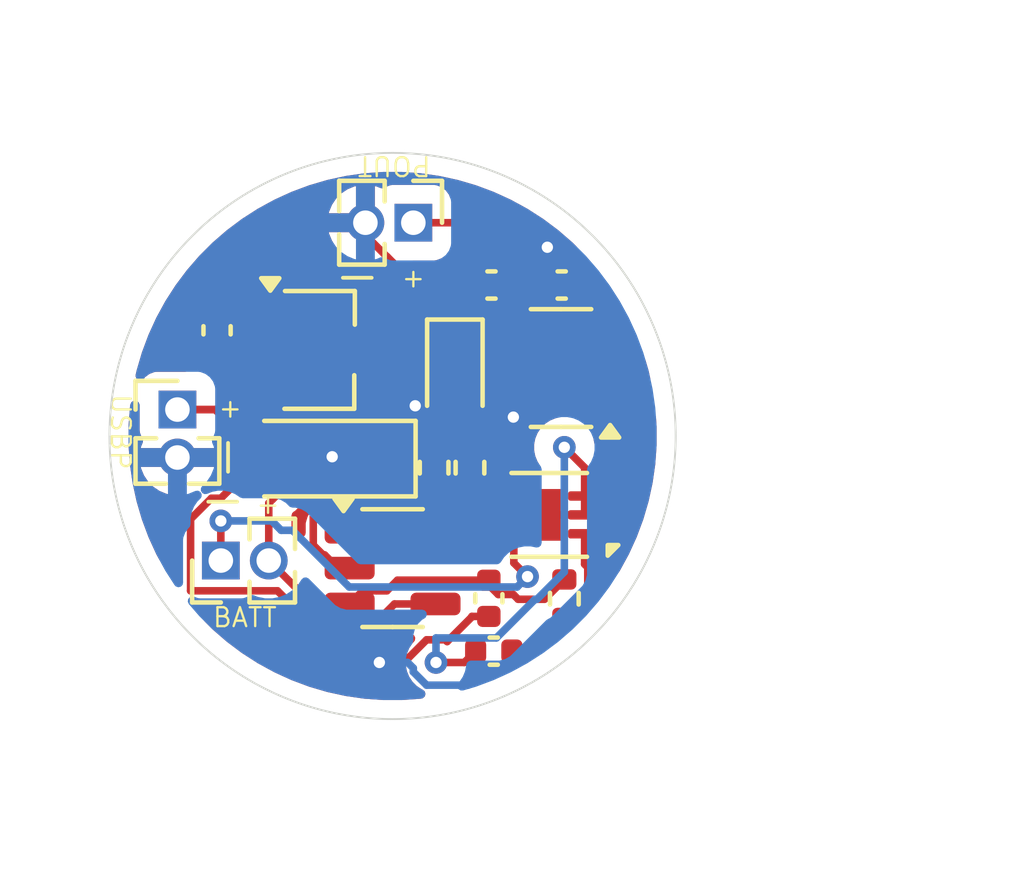
<source format=kicad_pcb>
(kicad_pcb (version 20241129) (generator "pcbnew") (generator_version "8.99")
  (layers (0 "F.Cu" signal) (2 "B.Cu" signal) (13 "F.Paste" user) (15 "B.Paste" user) (5 "F.SilkS" user "F.Silkscreen") (7 "B.SilkS" user "B.Silkscreen") (1 "F.Mask" user) (3 "B.Mask" user) (25 "Edge.Cuts" user))
  (net 0 "")
  (net 1 "VBUS")
  (net 2 "GND")
  (net 3 "Net-(D1-K)")
  (net 4 "+3V3")
  (net 5 "VBAT")
  (net 6 "Net-(U3-EPAD)")
  (net 7 "Net-(U3-VDD)")
  (net 8 "Net-(D2-A)")
  (net 9 "Net-(J2-Pin_1)")
  (net 10 "Net-(U1-PROG)")
  (net 11 "Net-(U1-STAT)")
  (footprint "Package_TO_SOT_SMD:SOT-23-3" (layer "F.Cu") (at 29.3625 17.85 180)
    (property "Reference" "U2" (hide yes))
    (property "Value" "XC6206PxxxMR" (hide yes))
    (fp_line (start 0 1.56) (end 0.8 1.56) (stroke (width 0.12)) (layer "F.SilkS"))
    (fp_line (start 0 1.56) (end -0.8 1.56) (stroke (width 0.12)) (layer "F.SilkS"))
    (fp_line (start 0 -1.56) (end 0.8 -1.56) (stroke (width 0.12)) (layer "F.SilkS"))
    (fp_line (start 0 -1.56) (end -0.8 -1.56) (stroke (width 0.12)) (layer "F.SilkS"))
    (fp_poly (pts (xy -1.3 -1.51) (xy -1.54 -1.84) (xy -1.06 -1.84) (xy -1.3 -1.51)) (stroke (width 0.12)) (fill yes) (layer "F.SilkS"))
    (pad "1" smd roundrect (at -1.1375 -0.95 180) (size 1.325 0.6) (layers "F.Cu" "F.Mask" "F.Paste") (net 2 "GND"))
    (pad "2" smd roundrect (at -1.1375 0.95 180) (size 1.325 0.6) (layers "F.Cu" "F.Mask" "F.Paste") (net 4 "+3V3"))
    (pad "3" smd roundrect (at 1.1375 0 180) (size 1.325 0.6) (layers "F.Cu" "F.Mask" "F.Paste") (net 3 "Net-(D1-K)"))
  )
  (footprint "Capacitor_SMD:C_0402_1005Metric" (layer "F.Cu") (at 27.45 23.95 -90)
    (property "Reference" "C4" (hide yes))
    (property "Value" "10uF" (hide yes))
    (fp_line (start -0.107836 0.36) (end 0.107836 0.36) (stroke (width 0.12)) (layer "F.SilkS"))
    (fp_line (start -0.107836 -0.36) (end 0.107836 -0.36) (stroke (width 0.12)) (layer "F.SilkS"))
    (pad "1" smd roundrect (at -0.48 0 270) (size 0.56 0.62) (layers "F.Cu" "F.Mask" "F.Paste") (net 5 "VBAT"))
    (pad "2" smd roundrect (at 0.48 0 270) (size 0.56 0.62) (layers "F.Cu" "F.Mask" "F.Paste") (net 2 "GND"))
  )
  (footprint "Resistor_SMD:R_0402_1005Metric" (layer "F.Cu") (at 29.45 23.96 -90)
    (property "Reference" "R3" (hide yes))
    (property "Value" "100R" (hide yes))
    (fp_line (start -0.153641 0.38) (end 0.153641 0.38) (stroke (width 0.12)) (layer "F.SilkS"))
    (fp_line (start -0.153641 -0.38) (end 0.153641 -0.38) (stroke (width 0.12)) (layer "F.SilkS"))
    (pad "1" smd roundrect (at -0.51 0 270) (size 0.54 0.64) (layers "F.Cu" "F.Mask" "F.Paste") (net 5 "VBAT"))
    (pad "2" smd roundrect (at 0.51 0 270) (size 0.54 0.64) (layers "F.Cu" "F.Mask" "F.Paste") (net 7 "Net-(U3-VDD)"))
  )
  (footprint "Capacitor_SMD:C_0402_1005Metric" (layer "F.Cu") (at 27.58 25.35 180)
    (property "Reference" "C5" (hide yes))
    (property "Value" "100nF" (hide yes))
    (fp_line (start -0.107836 0.36) (end 0.107836 0.36) (stroke (width 0.12)) (layer "F.SilkS"))
    (fp_line (start -0.107836 -0.36) (end 0.107836 -0.36) (stroke (width 0.12)) (layer "F.SilkS"))
    (pad "1" smd roundrect (at -0.48 0 180) (size 0.56 0.62) (layers "F.Cu" "F.Mask" "F.Paste") (net 7 "Net-(U3-VDD)"))
    (pad "2" smd roundrect (at 0.48 0 180) (size 0.56 0.62) (layers "F.Cu" "F.Mask" "F.Paste") (net 6 "Net-(U3-EPAD)"))
  )
  (footprint "Connector_PinHeader_1.27mm:PinHeader_1x02_P1.27mm_Vertical" (layer "F.Cu") (at 20.35 22.95 90)
    (property "Reference" "J2" (hide yes))
    (property "Value" "Conn_01x02_Pin" (hide yes))
    (fp_line (start -1.11 -0.76) (end 0 -0.76) (stroke (width 0.12)) (layer "F.SilkS"))
    (fp_line (start -1.11 0) (end -1.11 -0.76) (stroke (width 0.12)) (layer "F.SilkS"))
    (fp_line (start 1.11 0.76) (end 1.11 1.965) (stroke (width 0.12)) (layer "F.SilkS"))
    (fp_line (start 0.563471 0.76) (end 1.11 0.76) (stroke (width 0.12)) (layer "F.SilkS"))
    (fp_line (start -1.11 0.76) (end -0.563471 0.76) (stroke (width 0.12)) (layer "F.SilkS"))
    (fp_line (start -1.11 0.76) (end -1.11 1.965) (stroke (width 0.12)) (layer "F.SilkS"))
    (fp_line (start 0.30753 1.965) (end 1.11 1.965) (stroke (width 0.12)) (layer "F.SilkS"))
    (fp_line (start -1.11 1.965) (end -0.30753 1.965) (stroke (width 0.12)) (layer "F.SilkS"))
    (pad "1" thru_hole rect (at 0 0 90) (size 1 1) (drill 0.65) (layers "*.Cu" "*.Mask") (net 9 "Net-(J2-Pin_1)"))
    (pad "2" thru_hole oval (at 0 1.27 90) (size 1 1) (drill 0.65) (layers "*.Cu" "*.Mask") (net 5 "VBAT"))
  )
  (footprint "Capacitor_SMD:C_0402_1005Metric" (layer "F.Cu") (at 20.25 16.85 -90)
    (property "Reference" "C1" (hide yes))
    (property "Value" "10uF" (hide yes))
    (fp_line (start -0.107836 0.36) (end 0.107836 0.36) (stroke (width 0.12)) (layer "F.SilkS"))
    (fp_line (start -0.107836 -0.36) (end 0.107836 -0.36) (stroke (width 0.12)) (layer "F.SilkS"))
    (pad "1" smd roundrect (at -0.48 0 270) (size 0.56 0.62) (layers "F.Cu" "F.Mask" "F.Paste") (net 1 "VBUS"))
    (pad "2" smd roundrect (at 0.48 0 270) (size 0.56 0.62) (layers "F.Cu" "F.Mask" "F.Paste") (net 2 "GND"))
  )
  (footprint "Resistor_SMD:R_0402_1005Metric" (layer "F.Cu") (at 26 20.49 90)
    (property "Reference" "R1" (hide yes))
    (property "Value" "4K99" (hide yes))
    (fp_line (start -0.153641 -0.38) (end 0.153641 -0.38) (stroke (width 0.12)) (layer "F.SilkS"))
    (fp_line (start -0.153641 0.38) (end 0.153641 0.38) (stroke (width 0.12)) (layer "F.SilkS"))
    (pad "1" smd roundrect (at -0.51 0 90) (size 0.54 0.64) (layers "F.Cu" "F.Mask" "F.Paste") (net 10 "Net-(U1-PROG)"))
    (pad "2" smd roundrect (at 0.51 0 90) (size 0.54 0.64) (layers "F.Cu" "F.Mask" "F.Paste") (net 2 "GND"))
  )
  (footprint "LED_SMD:LED_0603_1608Metric" (layer "F.Cu") (at 26.55 18.05 -90)
    (property "Reference" "D2" (hide yes))
    (property "Value" "RED" (hide yes))
    (fp_line (start -1.485 0.735) (end 0.8 0.735) (stroke (width 0.12)) (layer "F.SilkS"))
    (fp_line (start -1.485 -0.735) (end -1.485 0.735) (stroke (width 0.12)) (layer "F.SilkS"))
    (fp_line (start 0.8 -0.735) (end -1.485 -0.735) (stroke (width 0.12)) (layer "F.SilkS"))
    (pad "1" smd roundrect (at -0.7875 0 270) (size 0.875 0.95) (layers "F.Cu" "F.Mask" "F.Paste") (net 1 "VBUS"))
    (pad "2" smd roundrect (at 0.7875 0 270) (size 0.875 0.95) (layers "F.Cu" "F.Mask" "F.Paste") (net 8 "Net-(D2-A)"))
  )
  (footprint "Resistor_SMD:R_0402_1005Metric" (layer "F.Cu") (at 26.95 20.49 90)
    (property "Reference" "R2" (hide yes))
    (property "Value" "2K" (hide yes))
    (fp_line (start -0.153641 -0.38) (end 0.153641 -0.38) (stroke (width 0.12)) (layer "F.SilkS"))
    (fp_line (start -0.153641 0.38) (end 0.153641 0.38) (stroke (width 0.12)) (layer "F.SilkS"))
    (pad "1" smd roundrect (at -0.51 0 90) (size 0.54 0.64) (layers "F.Cu" "F.Mask" "F.Paste") (net 11 "Net-(U1-STAT)"))
    (pad "2" smd roundrect (at 0.51 0 90) (size 0.54 0.64) (layers "F.Cu" "F.Mask" "F.Paste") (net 8 "Net-(D2-A)"))
  )
  (footprint "Package_TO_SOT_SMD:TSOT-23" (layer "F.Cu") (at 22.94 17.35)
    (property "Reference" "Q1" (hide yes))
    (property "Value" "A03401A" (hide yes))
    (fp_line (start 0.945 0.69) (end 0.945 1.58) (stroke (width 0.12)) (layer "F.SilkS"))
    (fp_line (start 0.945 1.58) (end -0.905 1.58) (stroke (width 0.12)) (layer "F.SilkS"))
    (fp_line (start 0.96 -1.54) (end -0.89 -1.54) (stroke (width 0.12)) (layer "F.SilkS"))
    (fp_line (start 0.96 -1.54) (end 0.96 -0.65) (stroke (width 0.12)) (layer "F.SilkS"))
    (fp_poly (pts (xy -1.28 -1.55) (xy -1.52 -1.88) (xy -1.04 -1.88) (xy -1.28 -1.55)) (stroke (width 0.12)) (fill yes) (layer "F.SilkS"))
    (pad "1" smd roundrect (at -1.31 -0.95) (size 1.22 0.65) (layers "F.Cu" "F.Mask" "F.Paste") (net 5 "VBAT"))
    (pad "2" smd roundrect (at -1.31 0.95) (size 1.22 0.65) (layers "F.Cu" "F.Mask" "F.Paste") (net 1 "VBUS"))
    (pad "3" smd roundrect (at 1.31 0) (size 1.22 0.65) (layers "F.Cu" "F.Mask" "F.Paste") (net 3 "Net-(D1-K)"))
  )
  (footprint "Connector_PinHeader_1.27mm:PinHeader_1x02_P1.27mm_Vertical" (layer "F.Cu") (at 25.45 14 -90)
    (property "Reference" "J3" (hide yes))
    (property "Value" "Conn_01x02_Pin" (hide yes))
    (fp_line (start -1.11 1.965) (end -0.30753 1.965) (stroke (width 0.12)) (layer "F.SilkS"))
    (fp_line (start 0.30753 1.965) (end 1.11 1.965) (stroke (width 0.12)) (layer "F.SilkS"))
    (fp_line (start -1.11 0.76) (end -1.11 1.965) (stroke (width 0.12)) (layer "F.SilkS"))
    (fp_line (start -1.11 0.76) (end -0.563471 0.76) (stroke (width 0.12)) (layer "F.SilkS"))
    (fp_line (start 0.563471 0.76) (end 1.11 0.76) (stroke (width 0.12)) (layer "F.SilkS"))
    (fp_line (start 1.11 0.76) (end 1.11 1.965) (stroke (width 0.12)) (layer "F.SilkS"))
    (fp_line (start -1.11 0) (end -1.11 -0.76) (stroke (width 0.12)) (layer "F.SilkS"))
    (fp_line (start -1.11 -0.76) (end 0 -0.76) (stroke (width 0.12)) (layer "F.SilkS"))
    (pad "1" thru_hole rect (at 0 0 270) (size 1 1) (drill 0.65) (layers "*.Cu" "*.Mask") (net 4 "+3V3"))
    (pad "2" thru_hole oval (at 0 1.27 270) (size 1 1) (drill 0.65) (layers "*.Cu" "*.Mask") (net 2 "GND"))
  )
  (footprint "Capacitor_SMD:C_0402_1005Metric" (layer "F.Cu") (at 27.52 15.65 180)
    (property "Reference" "C2" (hide yes))
    (property "Value" "1uF" (hide yes))
    (fp_line (start -0.107836 0.36) (end 0.107836 0.36) (stroke (width 0.12)) (layer "F.SilkS"))
    (fp_line (start -0.107836 -0.36) (end 0.107836 -0.36) (stroke (width 0.12)) (layer "F.SilkS"))
    (pad "1" smd roundrect (at -0.48 0 180) (size 0.56 0.62) (layers "F.Cu" "F.Mask" "F.Paste") (net 3 "Net-(D1-K)"))
    (pad "2" smd roundrect (at 0.48 0 180) (size 0.56 0.62) (layers "F.Cu" "F.Mask" "F.Paste") (net 2 "GND"))
  )
  (footprint "Capacitor_SMD:C_0402_1005Metric" (layer "F.Cu") (at 29.38 15.65)
    (property "Reference" "C3" (hide yes))
    (property "Value" "1uF")
    (fp_line (start -0.107836 -0.36) (end 0.107836 -0.36) (stroke (width 0.12)) (layer "F.SilkS"))
    (fp_line (start -0.107836 0.36) (end 0.107836 0.36) (stroke (width 0.12)) (layer "F.SilkS"))
    (pad "1" smd roundrect (at -0.48 0) (size 0.56 0.62) (layers "F.Cu" "F.Mask" "F.Paste") (net 4 "+3V3"))
    (pad "2" smd roundrect (at 0.48 0) (size 0.56 0.62) (layers "F.Cu" "F.Mask" "F.Paste") (net 2 "GND"))
  )
  (footprint "Package_DFN_QFN:DFN-6-1EP_2x2mm_P0.5mm_EP0.6x1.37mm" (layer "F.Cu") (at 29.05 21.74 180)
    (property "Reference" "U3" (hide yes))
    (property "Value" "~" (hide yes))
    (fp_line (start -1 1.11) (end 1 1.11) (stroke (width 0.12)) (layer "F.SilkS"))
    (fp_line (start -1 -1.11) (end 1 -1.11) (stroke (width 0.12)) (layer "F.SilkS"))
    (fp_poly (pts (xy -1.55 -0.8) (xy -1.83 -0.8) (xy -1.55 -1.08) (xy -1.55 -0.8)) (stroke (width 0.12)) (fill yes) (layer "F.SilkS"))
    (pad "1" smd roundrect (at -0.9375 -0.5 180) (size 0.875 0.25) (layers "F.Cu" "F.Mask" "F.Paste") (net 7 "Net-(U3-VDD)"))
    (pad "2" smd roundrect (at -0.9375 0 180) (size 0.875 0.25) (layers "F.Cu" "F.Mask" "F.Paste") (net 6 "Net-(U3-EPAD)"))
    (pad "3" smd roundrect (at -0.9375 0.5 180) (size 0.875 0.25) (layers "F.Cu" "F.Mask" "F.Paste") (net 6 "Net-(U3-EPAD)"))
    (pad "4" smd roundrect (at 0.9375 0.5 180) (size 0.875 0.25) (layers "F.Cu" "F.Mask" "F.Paste") (net 9 "Net-(J2-Pin_1)"))
    (pad "5" smd roundrect (at 0.9375 0 180) (size 0.875 0.25) (layers "F.Cu" "F.Mask" "F.Paste") (net 9 "Net-(J2-Pin_1)"))
    (pad "6" smd roundrect (at 0.9375 -0.5 180) (size 0.875 0.25) (layers "F.Cu" "F.Mask" "F.Paste") (net 9 "Net-(J2-Pin_1)"))
    (pad "7" smd rect (at 0 0 180) (size 0.6 1.37) (property pad_prop_heatsink) (layers "F.Cu" "F.Mask") (net 6 "Net-(U3-EPAD)"))
  )
  (footprint "Connector_PinHeader_1.27mm:PinHeader_1x02_P1.27mm_Vertical" (layer "F.Cu") (at 19.2 18.95)
    (property "Reference" "J1" (hide yes))
    (property "Value" "Conn_01x02_Pin" (hide yes))
    (fp_line (start -1.11 -0.76) (end 0 -0.76) (stroke (width 0.12)) (layer "F.SilkS"))
    (fp_line (start -1.11 0) (end -1.11 -0.76) (stroke (width 0.12)) (layer "F.SilkS"))
    (fp_line (start -1.11 0.76) (end -1.11 1.965) (stroke (width 0.12)) (layer "F.SilkS"))
    (fp_line (start -1.11 0.76) (end -0.563471 0.76) (stroke (width 0.12)) (layer "F.SilkS"))
    (fp_line (start -1.11 1.965) (end -0.30753 1.965) (stroke (width 0.12)) (layer "F.SilkS"))
    (fp_line (start 0.30753 1.965) (end 1.11 1.965) (stroke (width 0.12)) (layer "F.SilkS"))
    (fp_line (start 0.563471 0.76) (end 1.11 0.76) (stroke (width 0.12)) (layer "F.SilkS"))
    (fp_line (start 1.11 0.76) (end 1.11 1.965) (stroke (width 0.12)) (layer "F.SilkS"))
    (pad "1" thru_hole rect (at 0 0) (size 1 1) (drill 0.65) (layers "*.Cu" "*.Mask") (net 1 "VBUS"))
    (pad "2" thru_hole oval (at 0 1.27) (size 1 1) (drill 0.65) (layers "*.Cu" "*.Mask") (net 2 "GND"))
  )
  (footprint "Diode_SMD:D_SOD-123" (layer "F.Cu") (at 23.15 20.25 180)
    (property "Reference" "D1" (hide yes))
    (property "Value" "B1040W" (hide yes))
    (fp_line (start -2.36 1) (end 1.65 1) (stroke (width 0.12)) (layer "F.SilkS"))
    (fp_line (start -2.36 -1) (end 1.65 -1) (stroke (width 0.12)) (layer "F.SilkS"))
    (fp_line (start -2.36 -1) (end -2.36 1) (stroke (width 0.12)) (layer "F.SilkS"))
    (pad "1" smd roundrect (at -1.65 0 180) (size 0.9 1.2) (layers "F.Cu" "F.Mask" "F.Paste") (net 3 "Net-(D1-K)"))
    (pad "2" smd roundrect (at 1.65 0 180) (size 0.9 1.2) (layers "F.Cu" "F.Mask" "F.Paste") (net 1 "VBUS"))
  )
  (footprint "Package_TO_SOT_SMD:SOT-23-5" (layer "F.Cu") (at 24.9 23.15)
    (property "Reference" "U1" (hide yes))
    (property "Value" "MCP73831-2-OT" (hide yes))
    (fp_line (start 0 -1.56) (end -0.8 -1.56) (stroke (width 0.12)) (layer "F.SilkS"))
    (fp_line (start 0 -1.56) (end 0.8 -1.56) (stroke (width 0.12)) (layer "F.SilkS"))
    (fp_line (start 0 1.56) (end -0.8 1.56) (stroke (width 0.12)) (layer "F.SilkS"))
    (fp_line (start 0 1.56) (end 0.8 1.56) (stroke (width 0.12)) (layer "F.SilkS"))
    (fp_poly (pts (xy -1.3 -1.51) (xy -1.54 -1.84) (xy -1.06 -1.84) (xy -1.3 -1.51)) (stroke (width 0.12)) (fill yes) (layer "F.SilkS"))
    (pad "1" smd roundrect (at -1.1375 -0.95) (size 1.325 0.6) (layers "F.Cu" "F.Mask" "F.Paste") (net 11 "Net-(U1-STAT)"))
    (pad "2" smd roundrect (at -1.1375 0) (size 1.325 0.6) (layers "F.Cu" "F.Mask" "F.Paste") (net 2 "GND"))
    (pad "3" smd roundrect (at -1.1375 0.95) (size 1.325 0.6) (layers "F.Cu" "F.Mask" "F.Paste") (net 5 "VBAT"))
    (pad "4" smd roundrect (at 1.1375 0.95) (size 1.325 0.6) (layers "F.Cu" "F.Mask" "F.Paste") (net 1 "VBUS"))
    (pad "5" smd roundrect (at 1.1375 -0.95) (size 1.325 0.6) (layers "F.Cu" "F.Mask" "F.Paste") (net 10 "Net-(U1-PROG)"))
  )
  (gr_circle (center 24.9 19.65) (end 32.4 19.65) (stroke (width 0.05)) (fill no) (layer "Edge.Cuts"))
  (gr_text "USBP" (at 17.4 18.5 270) (layer "F.SilkS") (effects (font (size 0.5 0.5) (thickness 0.0625)) (justify left bottom)))
  (gr_text "+" (at 25.1 15.75 0) (layer "F.SilkS") (effects (font (size 0.5 0.5) (thickness 0.0625)) (justify left bottom)))
  (gr_text "BATT" (at 20.1 24.75 0) (layer "F.SilkS") (effects (font (size 0.5 0.5) (thickness 0.0625)) (justify left bottom)))
  (gr_text "-" (at 21.05 20.9 90) (layer "F.SilkS") (effects (font (size 1 1) (thickness 0.1)) (justify left bottom)))
  (gr_text "POUT" (at 25.95 12.2 180) (layer "F.SilkS") (effects (font (size 0.5 0.5) (thickness 0.0625)) (justify left bottom)))
  (gr_text "+" (at 20.25 19.2 0) (layer "F.SilkS") (effects (font (size 0.5 0.5) (thickness 0.0625)) (justify left bottom)))
  (gr_text "+" (at 21.25 21.75 0) (layer "F.SilkS") (effects (font (size 0.5 0.5) (thickness 0.0625)) (justify left bottom)))
  (gr_text "-" (at 24.65 14.95 180) (layer "F.SilkS") (effects (font (size 1 1) (thickness 0.1)) (justify left bottom)))
  (gr_text "-" (at 19.715 21.9 0) (layer "F.SilkS") (effects (font (size 1 1) (thickness 0.1)) (justify left bottom)))
  (segment (start 19.2 18.95) (end 20.98 18.95) (width 0.2) (layer "F.Cu") (net 1))
  (segment (start 20.351 21.299) (end 20.101057 21.299) (width 0.2) (layer "F.Cu") (net 1))
  (segment (start 23 24.9) (end 24.4 24.9) (width 0.2) (layer "F.Cu") (net 1))
  (segment (start 20.98 18.95) (end 21.63 18.3) (width 0.2) (layer "F.Cu") (net 1))
  (segment (start 21.32 15.3) (end 20.25 16.37) (width 0.2) (layer "F.Cu") (net 1))
  (segment (start 20.861 16.981) (end 20.25 16.37) (width 0.2) (layer "F.Cu") (net 1))
  (segment (start 19.2 18.95) (end 20.2 18.95) (width 0.2) (layer "F.Cu") (net 1))
  (segment (start 26.55 17.2625) (end 24.5875 15.3) (width 0.2) (layer "F.Cu") (net 1))
  (segment (start 19.549 23.751) (end 21.851 23.751) (width 0.2) (layer "F.Cu") (net 1))
  (segment (start 21.63 18.3) (end 20.861 17.531) (width 0.2) (layer "F.Cu") (net 1))
  (segment (start 24.5875 15.3) (end 21.32 15.3) (width 0.2) (layer "F.Cu") (net 1))
  (segment (start 24.4 24.9) (end 24.726 24.574) (width 0.2) (layer "F.Cu") (net 1))
  (segment (start 24.726 24.324) (end 24.95 24.1) (width 0.2) (layer "F.Cu") (net 1))
  (segment (start 21.4 20.25) (end 20.351 21.299) (width 0.2) (layer "F.Cu") (net 1))
  (segment (start 20.101057 21.299) (end 19.549 21.851057) (width 0.2) (layer "F.Cu") (net 1))
  (segment (start 21.5 20.25) (end 21.4 20.25) (width 0.2) (layer "F.Cu") (net 1))
  (segment (start 20.2 18.95) (end 21.5 20.25) (width 0.2) (layer "F.Cu") (net 1))
  (segment (start 20.861 17.531) (end 20.861 16.981) (width 0.2) (layer "F.Cu") (net 1))
  (segment (start 24.95 24.1) (end 26.0375 24.1) (width 0.2) (layer "F.Cu") (net 1))
  (segment (start 20.25 16.37) (end 20.25 16.4) (width 0.2) (layer "F.Cu") (net 1))
  (segment (start 19.549 21.851057) (end 19.549 23.751) (width 0.2) (layer "F.Cu") (net 1))
  (segment (start 21.851 23.751) (end 23 24.9) (width 0.2) (layer "F.Cu") (net 1))
  (segment (start 24.726 24.574) (end 24.726 24.324) (width 0.2) (layer "F.Cu") (net 1))
  (segment (start 24.55 25.65) (end 25.200057 25.65) (width 0.2) (layer "F.Cu") (net 2))
  (segment (start 23.7625 23.15) (end 23.45 23.15) (width 0.2) (layer "F.Cu") (net 2))
  (segment (start 25.5 19.0036) (end 25.5 18.85) (width 0.2) (layer "F.Cu") (net 2))
  (segment (start 23.101 22.801) (end 23.059032 22.801) (width 0.2) (layer "F.Cu") (net 2))
  (segment (start 29.481 15.131) (end 29 14.65) (width 0.2) (layer "F.Cu") (net 2))
  (segment (start 29.481 15.331) (end 29.481 15.131) (width 0.2) (layer "F.Cu") (net 2))
  (segment (start 22.799 20.701) (end 23.3 20.2) (width 0.2) (layer "F.Cu") (net 2))
  (segment (start 24.749 14.899) (end 24.18 14.33) (width 0.2) (layer "F.Cu") (net 2))
  (segment (start 27.001 24.440968) (end 27.001 24.43) (width 0.2) (layer "F.Cu") (net 2))
  (segment (start 27.001 24.43) (end 27.45 24.43) (width 0.2) (layer "F.Cu") (net 2))
  (segment (start 24.7536 14.899) (end 24.749 14.899) (width 0.2) (layer "F.Cu") (net 2))
  (segment (start 25.200057 25.65) (end 25.801057 25.049) (width 0.2) (layer "F.Cu") (net 2))
  (segment (start 22.799 22.540968) (end 22.799 20.701) (width 0.2) (layer "F.Cu") (net 2))
  (segment (start 26.298943 25.049) (end 26.345955 25.096013) (width 0.2) (layer "F.Cu") (net 2))
  (segment (start 25.5046 15.65) (end 24.7536 14.899) (width 0.2) (layer "F.Cu") (net 2))
  (segment (start 29.86 15.65) (end 29.8 15.65) (width 0.2) (layer "F.Cu") (net 2))
  (segment (start 24.18 14.33) (end 24.18 14) (width 0.2) (layer "F.Cu") (net 2))
  (segment (start 29.8 15.65) (end 29.481 15.331) (width 0.2) (layer "F.Cu") (net 2))
  (segment (start 26 19.5036) (end 25.5 19.0036) (width 0.2) (layer "F.Cu") (net 2))
  (segment (start 23.059032 22.801) (end 22.799 22.540968) (width 0.2) (layer "F.Cu") (net 2))
  (segment (start 26.345955 25.096013) (end 27.001 24.440968) (width 0.2) (layer "F.Cu") (net 2))
  (segment (start 25.801057 25.049) (end 26.298943 25.049) (width 0.2) (layer "F.Cu") (net 2))
  (segment (start 27.04 15.65) (end 25.5046 15.65) (width 0.2) (layer "F.Cu") (net 2))
  (segment (start 26 19.98) (end 26 19.5036) (width 0.2) (layer "F.Cu") (net 2))
  (segment (start 23.45 23.15) (end 23.101 22.801) (width 0.2) (layer "F.Cu") (net 2))
  (via (at 24.55 25.65) (size 0.6) (drill 0.3) (layers "F.Cu" "B.Cu") (net 2))
  (via (at 28.1 19.15) (size 0.6) (drill 0.3) (layers "F.Cu" "B.Cu") (net 2))
  (via (at 23.3 20.2) (size 0.6) (drill 0.3) (layers "F.Cu" "B.Cu") (net 2))
  (via (at 25.5 18.85) (size 0.6) (drill 0.3) (layers "F.Cu" "B.Cu") (net 2))
  (via (at 29 14.65) (size 0.6) (drill 0.3) (layers "F.Cu" "B.Cu") (net 2))
  (segment (start 24.55 25.65) (end 25.3 25.65) (width 0.2) (layer "B.Cu") (net 2))
  (segment (start 25.449 25.898943) (end 25.801057 26.251) (width 0.2) (layer "B.Cu") (net 2))
  (segment (start 25.449 25.799) (end 25.449 25.898943) (width 0.2) (layer "B.Cu") (net 2))
  (segment (start 25.3 25.65) (end 25.449 25.799) (width 0.2) (layer "B.Cu") (net 2))
  (segment (start 25.801057 26.251) (end 26.899 26.251) (width 0.2) (layer "B.Cu") (net 2))
  (segment (start 26.899 26.251) (end 27.05 26.1) (width 0.2) (layer "B.Cu") (net 2))
  (segment (start 27.0276 18.001) (end 24.901 18.001) (width 0.2) (layer "F.Cu") (net 3))
  (segment (start 28 17.0286) (end 28 15.65) (width 0.2) (layer "F.Cu") (net 3))
  (segment (start 24.901 18.001) (end 24.7 17.8) (width 0.2) (layer "F.Cu") (net 3))
  (segment (start 24.8 17.9) (end 24.8 20.25) (width 0.2) (layer "F.Cu") (net 3))
  (segment (start 24.7 17.8) (end 24.8 17.9) (width 0.2) (layer "F.Cu") (net 3))
  (segment (start 27.1786 17.85) (end 27.0276 18.001) (width 0.2) (layer "F.Cu") (net 3))
  (segment (start 28.225 17.85) (end 27.1786 17.85) (width 0.2) (layer "F.Cu") (net 3))
  (segment (start 27.1786 17.85) (end 28 17.0286) (width 0.2) (layer "F.Cu") (net 3))
  (segment (start 24.25 17.35) (end 24.7 17.8) (width 0.2) (layer "F.Cu") (net 3))
  (segment (start 28.581 15.29345) (end 27.28755 14) (width 0.2) (layer "F.Cu") (net 4))
  (segment (start 30.5 16.9) (end 30.15 16.9) (width 0.2) (layer "F.Cu") (net 4))
  (segment (start 28.9 15.65) (end 28.581 15.65) (width 0.2) (layer "F.Cu") (net 4))
  (segment (start 30.15 16.9) (end 28.9 15.65) (width 0.2) (layer "F.Cu") (net 4))
  (segment (start 28.581 15.65) (end 28.581 15.29345) (width 0.2) (layer "F.Cu") (net 4))
  (segment (start 27.28755 14) (end 25.45 14) (width 0.2) (layer "F.Cu") (net 4))
  (segment (start 24.465968 23.751) (end 24.1115 23.751) (width 0.2) (layer "F.Cu") (net 5))
  (segment (start 22.541 18.65899) (end 22.541 17.311) (width 0.2) (layer "F.Cu") (net 5))
  (segment (start 25.029 23.47) (end 24.748 23.751) (width 0.2) (layer "F.Cu") (net 5))
  (segment (start 28.924 23.976) (end 29.42 23.48) (width 0.2) (layer "F.Cu") (net 5))
  (segment (start 27.45 23.47) (end 27.45 23.6) (width 0.2) (layer "F.Cu") (net 5))
  (segment (start 22.27399 18.926) (end 22.541 18.65899) (width 0.2) (layer "F.Cu") (net 5))
  (segment (start 21.62 21.43) (end 21.899 21.151) (width 0.2) (layer "F.Cu") (net 5))
  (segment (start 29.42 23.48) (end 29.65 23.48) (width 0.2) (layer "F.Cu") (net 5))
  (segment (start 22.251 18.926) (end 22.27399 18.926) (width 0.2) (layer "F.Cu") (net 5))
  (segment (start 22.541 17.311) (end 21.63 16.4) (width 0.2) (layer "F.Cu") (net 5))
  (segment (start 21.899 21.151) (end 21.94911 21.151) (width 0.2) (layer "F.Cu") (net 5))
  (segment (start 22.251 20.84911) (end 22.251 18.926) (width 0.2) (layer "F.Cu") (net 5))
  (segment (start 24.465968 23.751) (end 24.746968 23.751) (width 0.2) (layer "F.Cu") (net 5))
  (segment (start 21.62 22.95) (end 21.62 21.43) (width 0.2) (layer "F.Cu") (net 5))
  (segment (start 21.94911 21.151) (end 22.251 20.84911) (width 0.2) (layer "F.Cu") (net 5))
  (segment (start 22.77 24.1) (end 21.62 22.95) (width 0.2) (layer "F.Cu") (net 5))
  (segment (start 24.1115 23.751) (end 23.7625 24.1) (width 0.2) (layer "F.Cu") (net 5))
  (segment (start 24.748 23.751) (end 24.465968 23.751) (width 0.2) (layer "F.Cu") (net 5))
  (segment (start 28.099057 23.849) (end 28.226057 23.976) (width 0.2) (layer "F.Cu") (net 5))
  (segment (start 23.7625 24.1) (end 22.77 24.1) (width 0.2) (layer "F.Cu") (net 5))
  (segment (start 28.226057 23.976) (end 28.924 23.976) (width 0.2) (layer "F.Cu") (net 5))
  (segment (start 27.45 23.47) (end 25.029 23.47) (width 0.2) (layer "F.Cu") (net 5))
  (segment (start 27.699 23.849) (end 28.099057 23.849) (width 0.2) (layer "F.Cu") (net 5))
  (segment (start 27.45 23.6) (end 27.699 23.849) (width 0.2) (layer "F.Cu") (net 5))
  (segment (start 27.1 25.35) (end 26.8 25.65) (width 0.2) (layer "F.Cu") (net 6))
  (segment (start 26.8 25.65) (end 26.05 25.65) (width 0.2) (layer "F.Cu") (net 6))
  (segment (start 29.9875 20.4875) (end 29.9875 21.74) (width 0.2) (layer "F.Cu") (net 6))
  (segment (start 29.05 21.74) (end 29.9875 21.74) (width 0.2) (layer "F.Cu") (net 6))
  (segment (start 29.45 19.95) (end 29.9875 20.4875) (width 0.2) (layer "F.Cu") (net 6))
  (via (at 26.05 25.65) (size 0.6) (drill 0.3) (layers "F.Cu" "B.Cu") (net 6))
  (via (at 29.45 19.95) (size 0.6) (drill 0.3) (layers "F.Cu" "B.Cu") (net 6))
  (segment (start 28.723943 23.976) (end 29.45 23.249943) (width 0.2) (layer "B.Cu") (net 6))
  (segment (start 26.05 25) (end 27.65 25) (width 0.2) (layer "B.Cu") (net 6))
  (segment (start 28.674 23.976) (end 28.723943 23.976) (width 0.2) (layer "B.Cu") (net 6))
  (segment (start 27.65 25) (end 28.674 23.976) (width 0.2) (layer "B.Cu") (net 6))
  (segment (start 26.05 25.65) (end 26.05 25) (width 0.2) (layer "B.Cu") (net 6))
  (segment (start 29.45 23.249943) (end 29.45 19.95) (width 0.2) (layer "B.Cu") (net 6))
  (segment (start 28.43 25.4) (end 28.6 25.4) (width 0.2) (layer "F.Cu") (net 7))
  (segment (start 30.071 23.13066) (end 30.071 23.849) (width 0.2) (layer "F.Cu") (net 7))
  (segment (start 29.65 24.5) (end 29.55 24.5) (width 0.2) (layer "F.Cu") (net 7))
  (segment (start 29.65 24.55) (end 29.65 24.5) (width 0.2) (layer "F.Cu") (net 7))
  (segment (start 28.38 25.35) (end 28.43 25.4) (width 0.2) (layer "F.Cu") (net 7))
  (segment (start 30.071 23.849) (end 29.45 24.47) (width 0.2) (layer "F.Cu") (net 7))
  (segment (start 29.55 24.5) (end 28.7 25.35) (width 0.2) (layer "F.Cu") (net 7))
  (segment (start 29.9875 22.24) (end 29.9875 23.04716) (width 0.2) (layer "F.Cu") (net 7))
  (segment (start 28.7 25.35) (end 28.38 25.35) (width 0.2) (layer "F.Cu") (net 7))
  (segment (start 29.9875 23.04716) (end 30.071 23.13066) (width 0.2) (layer "F.Cu") (net 7))
  (segment (start 26.95 19.98) (end 26.95 19.2375) (width 0.2) (layer "F.Cu") (net 8))
  (segment (start 26.95 19.2375) (end 26.55 18.8375) (width 0.2) (layer "F.Cu") (net 8))
  (segment (start 20.35 22.95) (end 20.35 21.9) (width 0.2) (layer "F.Cu") (net 9))
  (segment (start 28.1125 21.24) (end 28.1125 22.24) (width 0.2) (layer "F.Cu") (net 9))
  (segment (start 28.475 23.375) (end 28.1125 23.0125) (width 0.2) (layer "F.Cu") (net 9))
  (segment (start 28.1125 23.0125) (end 28.1125 22.24) (width 0.2) (layer "F.Cu") (net 9))
  (via (at 20.35 21.9) (size 0.6) (drill 0.3) (layers "F.Cu" "B.Cu") (net 9))
  (via (at 28.475 23.375) (size 0.6) (drill 0.3) (layers "F.Cu" "B.Cu") (net 9))
  (segment (start 21.7 21.9) (end 21.949 22.149) (width 0.2) (layer "B.Cu") (net 9))
  (segment (start 23.75 23.65) (end 28.2 23.65) (width 0.2) (layer "B.Cu") (net 9))
  (segment (start 28.475 23.375) (end 28.55 23.3) (width 0.2) (layer "B.Cu") (net 9))
  (segment (start 20.35 21.9) (end 21.7 21.9) (width 0.2) (layer "B.Cu") (net 9))
  (segment (start 21.949 22.149) (end 22.249 22.149) (width 0.2) (layer "B.Cu") (net 9))
  (segment (start 28.2 23.65) (end 28.475 23.375) (width 0.2) (layer "B.Cu") (net 9))
  (segment (start 22.249 22.149) (end 23.75 23.65) (width 0.2) (layer "B.Cu") (net 9))
  (segment (start 26.0375 22.2) (end 26.0375 21.0375) (width 0.2) (layer "F.Cu") (net 10))
  (segment (start 26.0375 21.0375) (end 26 21) (width 0.2) (layer "F.Cu") (net 10))
  (segment (start 23.7625 22.2) (end 24.35 22.2) (width 0.2) (layer "F.Cu") (net 11))
  (segment (start 26.740968 22.801) (end 27.001 22.540968) (width 0.2) (layer "F.Cu") (net 11))
  (segment (start 24.951 22.801) (end 26.740968 22.801) (width 0.2) (layer "F.Cu") (net 11))
  (segment (start 27.001 22.540968) (end 27.001 21.051) (width 0.2) (layer "F.Cu") (net 11))
  (segment (start 24.35 22.2) (end 24.951 22.801) (width 0.2) (layer "F.Cu") (net 11))
  (segment (start 27.001 21.051) (end 26.95 21) (width 0.2) (layer "F.Cu") (net 11))
  (zone (net 2) (net_name "GND") (layer "F.Cu") (connect_pads (clearance 0.5)) (min_thickness 0.25) (fill yes (thermal_gap 0.5) (thermal_bridge_width 0.5))
    (polygon (pts (xy 35.65 31.45) (xy 14.5 29.65) (xy 15.05 12.95) (xy 28.25 8.1) (xy 41.65 19.85)))
  )
  (zone (net 2) (net_name "GND") (layer "B.Cu") (priority 1) (connect_pads (clearance 0.5)) (min_thickness 0.25) (fill yes (thermal_gap 0.5) (thermal_bridge_width 0.5))
    (polygon (pts (xy 34.1 28.9) (xy 16.15 27.9) (xy 17.05 13.4) (xy 31.75 9.45) (xy 37.7 22.1)))
  )
)
</source>
